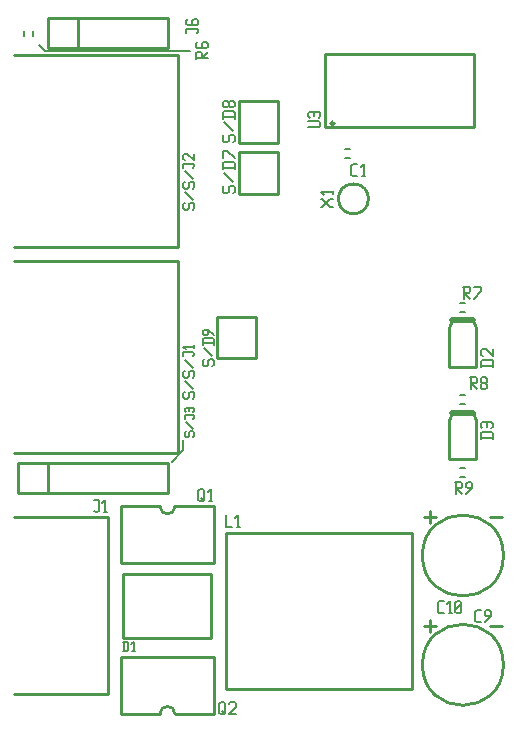
<source format=gbr>
G04 start of page 8 for group -4079 idx -4079 *
G04 Title: (unknown), topsilk *
G04 Creator: pcb 1.99z *
G04 CreationDate: Wed 09 Mar 2011 16:43:30 GMT UTC *
G04 For: richard *
G04 Format: Gerber/RS-274X *
G04 PCB-Dimensions: 165354 236220 *
G04 PCB-Coordinate-Origin: lower left *
%MOIN*%
%FSLAX25Y25*%
%LNFRONTSILK*%
%ADD11C,0.0200*%
%ADD13C,0.0100*%
%ADD15C,0.0079*%
%ADD16C,0.0098*%
G54D15*X57480Y90158D02*X53543Y86221D01*
X57480Y93701D02*Y90158D01*
X59843Y223228D02*X11417D01*
X9449Y225196D01*
G54D13*X155091Y131036D02*X154091Y133536D01*
X155091Y131036D02*Y117936D01*
X146091D02*X155091D01*
X146091Y131036D02*Y117936D01*
X147091Y133536D02*X146091Y131036D01*
G54D11*X147091Y133536D02*X154091D01*
G54D13*X155091Y100287D02*X154091Y102787D01*
X155091Y100287D02*Y87187D01*
X146091D02*X155091D01*
X146091Y100287D02*Y87187D01*
X147091Y102787D02*X146091Y100287D01*
G54D11*X147091Y102787D02*X154091D01*
G54D15*X149804Y81169D02*X151378D01*
X149804Y84185D02*X151378D01*
G54D16*X71615Y62519D02*Y10551D01*
X133819Y62519D02*X71615D01*
X133819Y10551D02*Y62519D01*
X71615Y10551D02*X133819D01*
G54D13*X159669Y68118D02*X163669D01*
X139669Y70118D02*Y66118D01*
X137669Y68118D02*X141669D01*
X137169Y55118D02*G75*G03X137169Y55118I13500J0D01*G01*
X159669Y31700D02*X163669D01*
X139669Y33700D02*Y29700D01*
X137669Y31700D02*X141669D01*
X137169Y18700D02*G75*G03X137169Y18700I13500J0D01*G01*
X2403Y76102D02*X52403D01*
Y86102D02*Y76102D01*
X2403Y86102D02*X52403D01*
X2403D02*Y76102D01*
X12403Y86102D02*Y76102D01*
X2403Y86102D02*X12403D01*
X67665Y71507D02*X54665D01*
X36665D02*X49665D01*
X67665Y52507D02*Y71507D01*
X36665Y52507D02*X67665D01*
X36665Y71507D02*Y52507D01*
X49665Y71507D02*G75*G03X54665Y71507I2500J0D01*G01*
X36665Y2311D02*X49665D01*
X54665D02*X67665D01*
X36665Y21311D02*Y2311D01*
Y21311D02*X67665D01*
Y2311D01*
X54665D02*G75*G03X49665Y2311I-2500J0D01*G01*
G54D16*X37402Y49015D02*X66536D01*
Y27755D01*
X37402D02*X66536D01*
X37402Y49015D02*Y27755D01*
G54D13*X32480Y67913D02*Y8857D01*
X984Y67913D02*X32480D01*
X984Y8857D02*X32480D01*
X76080Y192672D02*X88880D01*
X76080Y206572D02*Y192672D01*
Y206572D02*X88880D01*
Y192672D01*
Y189611D02*X76080D01*
X88880Y175711D02*Y189611D01*
X76080Y175711D02*X88880D01*
X76080Y189611D02*Y175711D01*
X12323Y234133D02*X22323D01*
Y224133D01*
X12323Y234133D02*Y224133D01*
Y234133D02*X52323D01*
Y224133D01*
X12323D02*X52323D01*
G54D15*X4398Y228346D02*Y229920D01*
X7414Y228346D02*Y229920D01*
G54D13*X973Y158098D02*X55748D01*
Y222098D01*
X973D02*X55748D01*
X973Y89201D02*X55748D01*
Y153201D01*
X973D02*X55748D01*
G54D15*X149804Y108791D02*X151378D01*
X149804Y105775D02*X151378D01*
G54D13*X68833Y120890D02*X81633D01*
X68833Y134790D02*Y120890D01*
Y134790D02*X81633D01*
Y120890D01*
G54D15*X149804Y139303D02*X151378D01*
X149804Y136287D02*X151378D01*
G54D13*X104765Y222323D02*X154371D01*
Y197913D01*
X104765D02*X154371D01*
X104765Y222323D02*Y197913D01*
X107245Y198524D02*G75*G03X107245Y198524I0J610D01*G01*
X114173Y169015D02*G75*G03X114173Y169015I0J5000D01*G01*
G54D15*X111382Y190484D02*X112956D01*
X111382Y187468D02*X112956D01*
X99072Y197913D02*X102572D01*
X103072Y198413D01*
Y199413D02*Y198413D01*
Y199413D02*X102572Y199913D01*
X99072D02*X102572D01*
X99572Y201114D02*X99072Y201614D01*
Y202614D02*Y201614D01*
Y202614D02*X99572Y203114D01*
X102572D01*
X103072Y202614D02*X102572Y203114D01*
X103072Y202614D02*Y201614D01*
X102572Y201114D02*X103072Y201614D01*
X101072Y203114D02*Y201614D01*
X70552Y194869D02*X71052Y195369D01*
X70552Y194869D02*Y193369D01*
X71052Y192869D02*X70552Y193369D01*
X71052Y192869D02*X72052D01*
X72552Y193369D01*
Y194869D02*Y193369D01*
Y194869D02*X73052Y195369D01*
X74052D01*
X74552Y194869D02*X74052Y195369D01*
X74552Y194869D02*Y193369D01*
X74052Y192869D02*X74552Y193369D01*
X74052Y196570D02*X71052Y199570D01*
X70552Y201271D02*X74552D01*
X70552Y202771D02*X71052Y203271D01*
X74052D01*
X74552Y202771D02*X74052Y203271D01*
X74552Y202771D02*Y200771D01*
X70552Y202771D02*Y200771D01*
X74052Y204472D02*X74552Y204972D01*
X73052Y204472D02*X74052D01*
X73052D02*X72552Y204972D01*
Y205972D02*Y204972D01*
Y205972D02*X73052Y206472D01*
X74052D01*
X74552Y205972D02*X74052Y206472D01*
X74552Y205972D02*Y204972D01*
X72052Y204472D02*X72552Y204972D01*
X71052Y204472D02*X72052D01*
X71052D02*X70552Y204972D01*
Y205972D02*Y204972D01*
Y205972D02*X71052Y206472D01*
X72052D01*
X72552Y205972D02*X72052Y206472D01*
X70553Y177939D02*X71053Y178439D01*
X70553Y177939D02*Y176439D01*
X71053Y175939D02*X70553Y176439D01*
X71053Y175939D02*X72053D01*
X72553Y176439D01*
Y177939D02*Y176439D01*
Y177939D02*X73053Y178439D01*
X74053D01*
X74553Y177939D02*X74053Y178439D01*
X74553Y177939D02*Y176439D01*
X74053Y175939D02*X74553Y176439D01*
X74053Y179640D02*X71053Y182640D01*
X70553Y184341D02*X74553D01*
X70553Y185841D02*X71053Y186341D01*
X74053D01*
X74553Y185841D02*X74053Y186341D01*
X74553Y185841D02*Y183841D01*
X70553Y185841D02*Y183841D01*
X74553Y187542D02*X72053Y190042D01*
X70553D02*X72053D01*
X70553D02*Y187542D01*
X57465Y172174D02*X57910Y172619D01*
X57465Y172174D02*Y170839D01*
X57910Y170394D02*X57465Y170839D01*
X57910Y170394D02*X58800D01*
X59245Y170839D01*
Y172174D02*Y170839D01*
Y172174D02*X59690Y172619D01*
X60580D01*
X61025Y172174D02*X60580Y172619D01*
X61025Y172174D02*Y170839D01*
X60580Y170394D02*X61025Y170839D01*
X60580Y173687D02*X57910Y176357D01*
X57465Y179206D02*X57910Y179651D01*
X57465Y179206D02*Y177871D01*
X57910Y177426D02*X57465Y177871D01*
X57910Y177426D02*X58800D01*
X59245Y177871D01*
Y179206D02*Y177871D01*
Y179206D02*X59690Y179651D01*
X60580D01*
X61025Y179206D02*X60580Y179651D01*
X61025Y179206D02*Y177871D01*
X60580Y177426D02*X61025Y177871D01*
X60580Y180720D02*X57910Y183390D01*
X57465Y185794D02*Y184459D01*
Y185794D02*X60580D01*
X61025Y185349D02*X60580Y185794D01*
X61025Y185349D02*Y184904D01*
X60580Y184459D02*X61025Y184904D01*
X57910Y186863D02*X57465Y187308D01*
Y188643D02*Y187308D01*
Y188643D02*X57910Y189088D01*
X58800D01*
X61025Y186863D02*X58800Y189088D01*
X61025D02*Y186863D01*
X69457Y5680D02*Y2680D01*
Y5680D02*X69957Y6180D01*
X70957D01*
X71457Y5680D01*
Y2680D01*
X70957Y2180D02*X71457Y2680D01*
X69957Y2180D02*X70957D01*
X69457Y2680D02*X69957Y2180D01*
X70457Y3180D02*X71457Y2180D01*
X72658Y5680D02*X73158Y6180D01*
X74658D01*
X75158Y5680D01*
Y4680D01*
X72658Y2180D02*X75158Y4680D01*
X72658Y2180D02*X75158D01*
X37596Y26386D02*Y23266D01*
X38766Y26386D02*X39156Y25996D01*
Y23656D01*
X38766Y23266D02*X39156Y23656D01*
X37206Y23266D02*X38766D01*
X37206Y26386D02*X38766D01*
X40482Y23266D02*X41262D01*
X40872Y26386D02*Y23266D01*
X40092Y25606D02*X40872Y26386D01*
X152953Y114548D02*X154953D01*
X155453Y114048D01*
Y113048D01*
X154953Y112548D02*X155453Y113048D01*
X153453Y112548D02*X154953D01*
X153453Y114548D02*Y110548D01*
Y112548D02*X155453Y110548D01*
X156654Y111048D02*X157154Y110548D01*
X156654Y112048D02*Y111048D01*
Y112048D02*X157154Y112548D01*
X158154D01*
X158654Y112048D01*
Y111048D01*
X158154Y110548D02*X158654Y111048D01*
X157154Y110548D02*X158154D01*
X156654Y113048D02*X157154Y112548D01*
X156654Y114048D02*Y113048D01*
Y114048D02*X157154Y114548D01*
X158154D01*
X158654Y114048D01*
Y113048D01*
X158154Y112548D02*X158654Y113048D01*
X156700Y118412D02*X160700D01*
X156700Y119912D02*X157200Y120412D01*
X160200D01*
X160700Y119912D02*X160200Y120412D01*
X160700Y119912D02*Y117912D01*
X156700Y119912D02*Y117912D01*
X157200Y121613D02*X156700Y122113D01*
Y123613D02*Y122113D01*
Y123613D02*X157200Y124113D01*
X158200D01*
X160700Y121613D02*X158200Y124113D01*
X160700D02*Y121613D01*
X156660Y94396D02*X160660D01*
X156660Y95896D02*X157160Y96396D01*
X160160D01*
X160660Y95896D02*X160160Y96396D01*
X160660Y95896D02*Y93896D01*
X156660Y95896D02*Y93896D01*
X157160Y97597D02*X156660Y98097D01*
Y99097D02*Y98097D01*
Y99097D02*X157160Y99597D01*
X160160D01*
X160660Y99097D02*X160160Y99597D01*
X160660Y99097D02*Y98097D01*
X160160Y97597D02*X160660Y98097D01*
X158660Y99597D02*Y98097D01*
X150590Y144668D02*X152590D01*
X153090Y144168D01*
Y143168D01*
X152590Y142668D02*X153090Y143168D01*
X151090Y142668D02*X152590D01*
X151090Y144668D02*Y140668D01*
Y142668D02*X153090Y140668D01*
X154291D02*X156791Y143168D01*
Y144668D02*Y143168D01*
X154291Y144668D02*X156791D01*
X142705Y35867D02*X144205D01*
X142205Y36367D02*X142705Y35867D01*
X142205Y39367D02*Y36367D01*
Y39367D02*X142705Y39867D01*
X144205D01*
X145906Y35867D02*X146906D01*
X146406Y39867D02*Y35867D01*
X145406Y38867D02*X146406Y39867D01*
X148107Y36367D02*X148607Y35867D01*
X148107Y39367D02*Y36367D01*
Y39367D02*X148607Y39867D01*
X149607D01*
X150107Y39367D01*
Y36367D01*
X149607Y35867D02*X150107Y36367D01*
X148607Y35867D02*X149607D01*
X148107Y36867D02*X150107Y38867D01*
X155303Y32912D02*X156803D01*
X154803Y33412D02*X155303Y32912D01*
X154803Y36412D02*Y33412D01*
Y36412D02*X155303Y36912D01*
X156803D01*
X158004Y32912D02*X160004Y34912D01*
Y36412D02*Y34912D01*
X159504Y36912D02*X160004Y36412D01*
X158504Y36912D02*X159504D01*
X158004Y36412D02*X158504Y36912D01*
X158004Y36412D02*Y35412D01*
X158504Y34912D01*
X160004D01*
X148030Y79512D02*X150030D01*
X150530Y79012D01*
Y78012D01*
X150030Y77512D02*X150530Y78012D01*
X148530Y77512D02*X150030D01*
X148530Y79512D02*Y75512D01*
Y77512D02*X150530Y75512D01*
X151731D02*X153731Y77512D01*
Y79012D02*Y77512D01*
X153231Y79512D02*X153731Y79012D01*
X152231Y79512D02*X153231D01*
X151731Y79012D02*X152231Y79512D01*
X151731Y79012D02*Y78012D01*
X152231Y77512D01*
X153731D01*
X103362Y171459D02*X103862D01*
X106362Y173959D01*
X107362D01*
X106362Y171459D02*X107362D01*
X106362D02*X103862Y173959D01*
X103362D02*X103862D01*
X107362Y176660D02*Y175660D01*
X103362Y176160D02*X107362D01*
X104362Y175160D02*X103362Y176160D01*
X113922Y181615D02*X115422D01*
X113422Y182115D02*X113922Y181615D01*
X113422Y185115D02*Y182115D01*
Y185115D02*X113922Y185615D01*
X115422D01*
X117123Y181615D02*X118123D01*
X117623Y185615D02*Y181615D01*
X116623Y184615D02*X117623Y185615D01*
X57890Y96089D02*X58280Y96479D01*
X57890Y96089D02*Y94919D01*
X58280Y94529D02*X57890Y94919D01*
X58280Y94529D02*X59060D01*
X59450Y94919D01*
Y96089D02*Y94919D01*
Y96089D02*X59840Y96479D01*
X60620D01*
X61010Y96089D02*X60620Y96479D01*
X61010Y96089D02*Y94919D01*
X60620Y94529D02*X61010Y94919D01*
X60620Y97415D02*X58280Y99755D01*
X57890Y101862D02*Y100692D01*
Y101862D02*X60620D01*
X61010Y101472D02*X60620Y101862D01*
X61010Y101472D02*Y101082D01*
X60620Y100692D02*X61010Y101082D01*
X58280Y102799D02*X57890Y103189D01*
Y103969D02*Y103189D01*
Y103969D02*X58280Y104359D01*
X60620D01*
X61010Y103969D02*X60620Y104359D01*
X61010Y103969D02*Y103189D01*
X60620Y102799D02*X61010Y103189D01*
X59450Y104359D02*Y103189D01*
X62370Y76743D02*Y73743D01*
Y76743D02*X62870Y77243D01*
X63870D01*
X64370Y76743D01*
Y73743D01*
X63870Y73243D02*X64370Y73743D01*
X62870Y73243D02*X63870D01*
X62370Y73743D02*X62870Y73243D01*
X63370Y74243D02*X64370Y73243D01*
X66071D02*X67071D01*
X66571Y77243D02*Y73243D01*
X65571Y76243D02*X66571Y77243D01*
X57466Y109180D02*X57911Y109625D01*
X57466Y109180D02*Y107845D01*
X57911Y107400D02*X57466Y107845D01*
X57911Y107400D02*X58801D01*
X59246Y107845D01*
Y109180D02*Y107845D01*
Y109180D02*X59691Y109625D01*
X60581D01*
X61026Y109180D02*X60581Y109625D01*
X61026Y109180D02*Y107845D01*
X60581Y107400D02*X61026Y107845D01*
X60581Y110693D02*X57911Y113363D01*
X57466Y116212D02*X57911Y116657D01*
X57466Y116212D02*Y114877D01*
X57911Y114432D02*X57466Y114877D01*
X57911Y114432D02*X58801D01*
X59246Y114877D01*
Y116212D02*Y114877D01*
Y116212D02*X59691Y116657D01*
X60581D01*
X61026Y116212D02*X60581Y116657D01*
X61026Y116212D02*Y114877D01*
X60581Y114432D02*X61026Y114877D01*
X60581Y117726D02*X57911Y120396D01*
X57466Y122800D02*Y121465D01*
Y122800D02*X60581D01*
X61026Y122355D02*X60581Y122800D01*
X61026Y122355D02*Y121910D01*
X60581Y121465D02*X61026Y121910D01*
Y125204D02*Y124314D01*
X57466Y124759D02*X61026D01*
X58356Y123869D02*X57466Y124759D01*
X63983Y120111D02*X64428Y120556D01*
X63983Y120111D02*Y118776D01*
X64428Y118331D02*X63983Y118776D01*
X64428Y118331D02*X65318D01*
X65763Y118776D01*
Y120111D02*Y118776D01*
Y120111D02*X66208Y120556D01*
X67098D01*
X67543Y120111D02*X67098Y120556D01*
X67543Y120111D02*Y118776D01*
X67098Y118331D02*X67543Y118776D01*
X67098Y121624D02*X64428Y124294D01*
X63983Y125808D02*X67543D01*
X63983Y127143D02*X64428Y127588D01*
X67098D01*
X67543Y127143D02*X67098Y127588D01*
X67543Y127143D02*Y125363D01*
X63983Y127143D02*Y125363D01*
X67543Y128657D02*X65763Y130437D01*
X64428D02*X65763D01*
X63983Y129992D02*X64428Y130437D01*
X63983Y129992D02*Y129102D01*
X64428Y128657D02*X63983Y129102D01*
X64428Y128657D02*X65318D01*
X65763Y129102D01*
Y130437D02*Y129102D01*
X71615Y68606D02*Y64606D01*
X73615D01*
X75316D02*X76316D01*
X75816Y68606D02*Y64606D01*
X74816Y67606D02*X75816Y68606D01*
X27756Y73605D02*X29256D01*
Y70105D01*
X28756Y69605D02*X29256Y70105D01*
X28256Y69605D02*X28756D01*
X27756Y70105D02*X28256Y69605D01*
X30957D02*X31957D01*
X31457Y73605D02*Y69605D01*
X30457Y72605D02*X31457Y73605D01*
X58505Y230752D02*Y229252D01*
Y230752D02*X62005D01*
X62505Y230252D02*X62005Y230752D01*
X62505Y230252D02*Y229752D01*
X62005Y229252D02*X62505Y229752D01*
X58505Y233453D02*X59005Y233953D01*
X58505Y233453D02*Y232453D01*
X59005Y231953D02*X58505Y232453D01*
X59005Y231953D02*X62005D01*
X62505Y232453D01*
X60505Y233453D02*X61005Y233953D01*
X60505Y233453D02*Y231953D01*
X62505Y233453D02*Y232453D01*
Y233453D02*X62005Y233953D01*
X61005D02*X62005D01*
X61629Y222471D02*Y220471D01*
Y222471D02*X62129Y222971D01*
X63129D01*
X63629Y222471D02*X63129Y222971D01*
X63629Y222471D02*Y220971D01*
X61629D02*X65629D01*
X63629D02*X65629Y222971D01*
X61629Y225672D02*X62129Y226172D01*
X61629Y225672D02*Y224672D01*
X62129Y224172D02*X61629Y224672D01*
X62129Y224172D02*X65129D01*
X65629Y224672D01*
X63629Y225672D02*X64129Y226172D01*
X63629Y225672D02*Y224172D01*
X65629Y225672D02*Y224672D01*
Y225672D02*X65129Y226172D01*
X64129D02*X65129D01*
M02*

</source>
